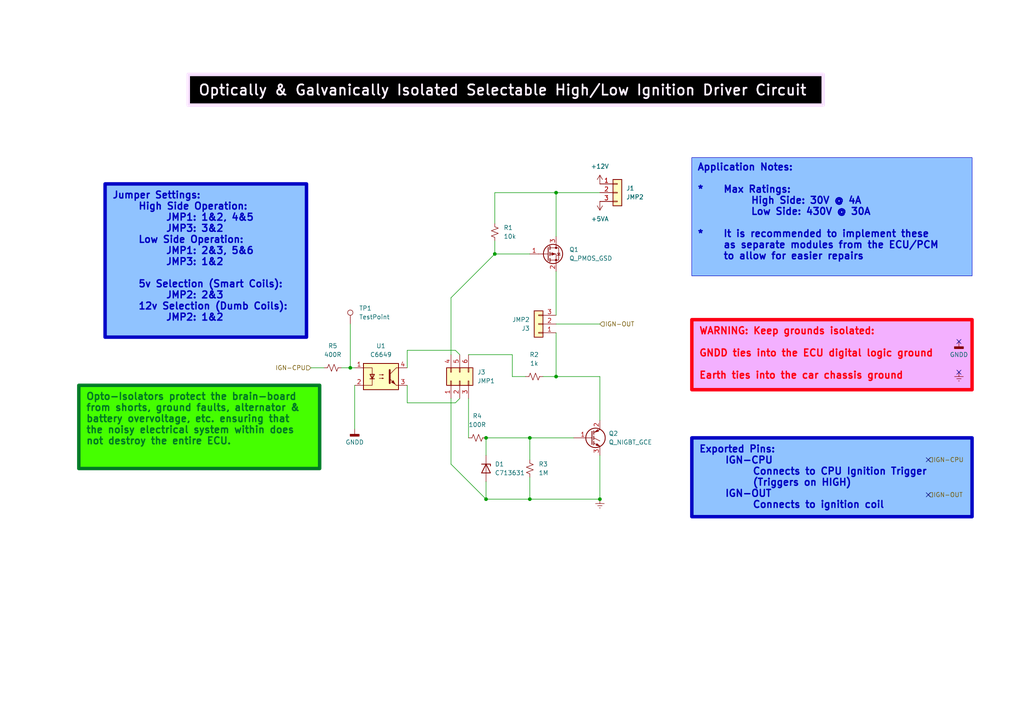
<source format=kicad_sch>
(kicad_sch (version 20230121) (generator eeschema)
  (paper "A4")
  (title_block (title "OpenIgnition") (date "2023-07-21") (rev "V1") (company "VehiTech") (comment 1 "Version 1.0.0") (comment 2 "Created by @NoahGWood For VehiTech") (comment 3 "Selectable High/Low Ignition Driver Circuit") (comment 4 "Optically & Galvanically Isolated"))
  (lib_symbols
    (symbol "Connector:TestPoint" (pin_numbers hide) (pin_names (offset 0.762) hide)
      (property "Reference" "TP" (at 0 6.858 0))
      (property "Value" "TestPoint" (at 0 5.08 0))
      (symbol "TestPoint_0_1"
        (circle (center 0 3.302) (radius 0.762))
      )
      (symbol "TestPoint_1_1"
        (pin passive line (at 0 0 90) (length 2.54) (name "1") (number "1"))
      )
    )
    (symbol "Connector_Generic:Conn_01x03" (pin_names (offset 1.016) hide)
      (property "Reference" "J" (at 0 5.08 0))
      (property "Value" "Conn_01x03" (at 0 -5.08 0))
      (symbol "Conn_01x03_1_1"
        (rectangle (start -1.27 -2.413) (end 0 -2.667) (stroke (width 0.1524)))
        (rectangle (start -1.27 0.127) (end 0 -0.127) (stroke (width 0.1524)))
        (rectangle (start -1.27 2.667) (end 0 2.413) (stroke (width 0.1524)))
        (rectangle (start -1.27 3.81) (end 1.27 -3.81) (stroke (width 0.254)) (fill (type background)))
        (pin passive line (at -5.08 2.54 0) (length 3.81) (name "Pin_1") (number "1"))
        (pin passive line (at -5.08 0 0) (length 3.81) (name "Pin_2") (number "2"))
        (pin passive line (at -5.08 -2.54 0) (length 3.81) (name "Pin_3") (number "3"))
      )
    )
    (symbol "Connector_Generic:Conn_02x03_Top_Bottom" (pin_names (offset 1.016) hide)
      (property "Reference" "J" (at 1.27 5.08 0))
      (property "Value" "Conn_02x03_Top_Bottom" (at 1.27 -5.08 0))
      (symbol "Conn_02x03_Top_Bottom_1_1"
        (rectangle (start -1.27 -2.413) (end 0 -2.667) (stroke (width 0.1524)))
        (rectangle (start -1.27 0.127) (end 0 -0.127) (stroke (width 0.1524)))
        (rectangle (start -1.27 2.667) (end 0 2.413) (stroke (width 0.1524)))
        (rectangle (start -1.27 3.81) (end 3.81 -3.81) (stroke (width 0.254)) (fill (type background)))
        (rectangle (start 3.81 -2.413) (end 2.54 -2.667) (stroke (width 0.1524)))
        (rectangle (start 3.81 0.127) (end 2.54 -0.127) (stroke (width 0.1524)))
        (rectangle (start 3.81 2.667) (end 2.54 2.413) (stroke (width 0.1524)))
        (pin passive line (at -5.08 2.54 0) (length 3.81) (name "Pin_1") (number "1"))
        (pin passive line (at -5.08 0 0) (length 3.81) (name "Pin_2") (number "2"))
        (pin passive line (at -5.08 -2.54 0) (length 3.81) (name "Pin_3") (number "3"))
        (pin passive line (at 7.62 2.54 180) (length 3.81) (name "Pin_4") (number "4"))
        (pin passive line (at 7.62 0 180) (length 3.81) (name "Pin_5") (number "5"))
        (pin passive line (at 7.62 -2.54 180) (length 3.81) (name "Pin_6") (number "6"))
      )
    )
    (symbol "Device:D_Zener" (pin_numbers hide) (pin_names (offset 1.016) hide)
      (property "Reference" "D" (at 0 2.54 0))
      (property "Value" "D_Zener" (at 0 -2.54 0))
      (symbol "D_Zener_0_1"
        (polyline (pts (xy 1.27 0) (xy -1.27 0)))
        (polyline (pts (xy -1.27 -1.27) (xy -1.27 1.27) (xy -0.762 1.27)) (stroke (width 0.254)))
        (polyline (pts (xy 1.27 -1.27) (xy 1.27 1.27) (xy -1.27 0) (xy 1.27 -1.27)) (stroke (width 0.254)))
      )
      (symbol "D_Zener_1_1"
        (pin passive line (at -3.81 0 0) (length 2.54) (name "K") (number "1"))
        (pin passive line (at 3.81 0 180) (length 2.54) (name "A") (number "2"))
      )
    )
    (symbol "Device:Q_NIGBT_GCE" (pin_names (offset 0) hide)
      (property "Reference" "Q" (at 5.08 1.27 0))
      (property "Value" "Q_NIGBT_GCE" (at 5.08 -1.27 0))
      (symbol "Q_NIGBT_GCE_0_1"
        (polyline (pts (xy 0.762 -1.016) (xy 0.762 -2.032)) (stroke (width 0.254)))
        (polyline (pts (xy 0.762 0.508) (xy 0.762 -0.508)) (stroke (width 0.254)))
        (polyline (pts (xy 0.762 2.032) (xy 0.762 1.016)) (stroke (width 0.254)))
        (polyline (pts (xy 2.54 -2.413) (xy 0.762 -1.524)))
        (polyline (pts (xy 2.54 -0.889) (xy 0.762 0)))
        (polyline (pts (xy 2.54 2.413) (xy 0.762 1.524)))
        (polyline (pts (xy 0.254 1.905) (xy 0.254 -1.905) (xy 0.254 -1.905)) (stroke (width 0.254)))
        (polyline (pts (xy 1.397 -2.159) (xy 1.651 -1.651) (xy 2.54 -2.413) (xy 1.397 -2.159)) (fill (type outline)))
        (polyline (pts (xy 2.159 1.905) (xy 1.905 2.413) (xy 1.016 1.651) (xy 2.159 1.905)) (fill (type outline)))
        (circle (center 1.27 0) (radius 2.8194) (stroke (width 0.254)))
      )
      (symbol "Q_NIGBT_GCE_1_1"
        (pin input line (at -5.08 0 0) (length 5.334) (name "G") (number "1"))
        (pin passive line (at 2.54 5.08 270) (length 2.54) (name "C") (number "2"))
        (pin passive line (at 2.54 -5.08 90) (length 2.54) (name "E") (number "3"))
      )
    )
    (symbol "Device:Q_PMOS_GSD" (pin_names (offset 0) hide)
      (property "Reference" "Q" (at 5.08 1.27 0))
      (property "Value" "Q_PMOS_GSD" (at 5.08 -1.27 0))
      (symbol "Q_PMOS_GSD_0_1"
        (polyline (pts (xy 0.254 0) (xy -2.54 0)))
        (polyline (pts (xy 0.254 1.905) (xy 0.254 -1.905)) (stroke (width 0.254)))
        (polyline (pts (xy 0.762 -1.27) (xy 0.762 -2.286)) (stroke (width 0.254)))
        (polyline (pts (xy 0.762 0.508) (xy 0.762 -0.508)) (stroke (width 0.254)))
        (polyline (pts (xy 0.762 2.286) (xy 0.762 1.27)) (stroke (width 0.254)))
        (polyline (pts (xy 2.54 2.54) (xy 2.54 1.778)))
        (polyline (pts (xy 2.54 -2.54) (xy 2.54 0) (xy 0.762 0)))
        (polyline (pts (xy 0.762 1.778) (xy 3.302 1.778) (xy 3.302 -1.778) (xy 0.762 -1.778)))
        (polyline (pts (xy 2.286 0) (xy 1.27 0.381) (xy 1.27 -0.381) (xy 2.286 0)) (fill (type outline)))
        (polyline (pts (xy 2.794 -0.508) (xy 2.921 -0.381) (xy 3.683 -0.381) (xy 3.81 -0.254)))
        (polyline (pts (xy 3.302 -0.381) (xy 2.921 0.254) (xy 3.683 0.254) (xy 3.302 -0.381)))
        (circle (center 1.651 0) (radius 2.794) (stroke (width 0.254)))
        (circle (center 2.54 -1.778) (radius 0.254) (fill (type outline)))
        (circle (center 2.54 1.778) (radius 0.254) (fill (type outline)))
      )
      (symbol "Q_PMOS_GSD_1_1"
        (pin input line (at -5.08 0 0) (length 2.54) (name "G") (number "1"))
        (pin passive line (at 2.54 -5.08 90) (length 2.54) (name "S") (number "2"))
        (pin passive line (at 2.54 5.08 270) (length 2.54) (name "D") (number "3"))
      )
    )
    (symbol "Device:R_Small_US" (pin_numbers hide) (pin_names (offset 0.254) hide)
      (property "Reference" "R" (at 0.762 0.508 0))
      (property "Value" "R_Small_US" (at 0.762 -1.016 0))
      (symbol "R_Small_US_1_1"
        (polyline (pts (xy 0 0) (xy 1.016 -0.381) (xy 0 -0.762) (xy -1.016 -1.143) (xy 0 -1.524)))
        (polyline (pts (xy 0 1.524) (xy 1.016 1.143) (xy 0 0.762) (xy -1.016 0.381) (xy 0 0)))
        (pin passive line (at 0 2.54 270) (length 1.016) (name "~") (number "1"))
        (pin passive line (at 0 -2.54 90) (length 1.016) (name "~") (number "2"))
      )
    )
    (symbol "Isolator:FODM217A"
      (property "Reference" "U" (at -5.08 5.08 0))
      (property "Value" "FODM217A" (at 0 5.08 0))
      (symbol "FODM217A_0_1"
        (rectangle (start -5.08 3.81) (end 5.08 -3.81) (stroke (width 0.254)) (fill (type background)))
        (polyline (pts (xy -3.175 -0.635) (xy -1.905 -0.635)) (stroke (width 0.254)))
        (polyline (pts (xy 2.54 0.635) (xy 4.445 2.54)))
        (polyline (pts (xy 4.445 -2.54) (xy 2.54 -0.635)) (fill (type outline)))
        (polyline (pts (xy 4.445 -2.54) (xy 5.08 -2.54)))
        (polyline (pts (xy 4.445 2.54) (xy 5.08 2.54)))
        (polyline (pts (xy -5.08 2.54) (xy -2.54 2.54) (xy -2.54 -0.635)))
        (polyline (pts (xy -2.54 -0.635) (xy -2.54 -2.54) (xy -5.08 -2.54)))
        (polyline (pts (xy 2.54 1.905) (xy 2.54 -1.905) (xy 2.54 -1.905)) (stroke (width 0.508)))
        (polyline (pts (xy -2.54 -0.635) (xy -3.175 0.635) (xy -1.905 0.635) (xy -2.54 -0.635)) (stroke (width 0.254)))
        (polyline (pts (xy -0.508 -0.508) (xy 0.762 -0.508) (xy 0.381 -0.635) (xy 0.381 -0.381) (xy 0.762 -0.508)))
        (polyline (pts (xy -0.508 0.508) (xy 0.762 0.508) (xy 0.381 0.381) (xy 0.381 0.635) (xy 0.762 0.508)))
        (polyline (pts (xy 3.048 -1.651) (xy 3.556 -1.143) (xy 4.064 -2.159) (xy 3.048 -1.651) (xy 3.048 -1.651)) (fill (type outline)))
      )
      (symbol "FODM217A_1_1"
        (pin passive line (at -7.62 2.54 0) (length 2.54) (name "~") (number "1"))
        (pin passive line (at -7.62 -2.54 0) (length 2.54) (name "~") (number "2"))
        (pin passive line (at 7.62 -2.54 180) (length 2.54) (name "~") (number "3"))
        (pin passive line (at 7.62 2.54 180) (length 2.54) (name "~") (number "4"))
      )
    )
    (symbol "power:+12V" (power) (pin_names (offset 0))
      (property "Value" "+12V" (at 0 3.556 0))
      (symbol "+12V_0_1"
        (polyline (pts (xy -0.762 1.27) (xy 0 2.54)))
        (polyline (pts (xy 0 0) (xy 0 2.54)))
        (polyline (pts (xy 0 2.54) (xy 0.762 1.27)))
      )
      (symbol "+12V_1_1"
        (pin power_in line (at 0 0 90) (length 0) hide (name "+12V") (number "1"))
      )
    )
    (symbol "power:+5VA" (power) (pin_names (offset 0))
      (property "Value" "+5VA" (at 0 3.556 0))
      (symbol "+5VA_0_1"
        (polyline (pts (xy -0.762 1.27) (xy 0 2.54)))
        (polyline (pts (xy 0 0) (xy 0 2.54)))
        (polyline (pts (xy 0 2.54) (xy 0.762 1.27)))
      )
      (symbol "+5VA_1_1"
        (pin power_in line (at 0 0 90) (length 0) hide (name "+5VA") (number "1"))
      )
    )
    (symbol "power:Earth" (power) (pin_names (offset 0))
      (symbol "Earth_0_1"
        (polyline (pts (xy -0.635 -1.905) (xy 0.635 -1.905)))
        (polyline (pts (xy -0.127 -2.54) (xy 0.127 -2.54)))
        (polyline (pts (xy 0 -1.27) (xy 0 0)))
        (polyline (pts (xy 1.27 -1.27) (xy -1.27 -1.27)))
      )
      (symbol "Earth_1_1"
        (pin power_in line (at 0 0 270) (length 0) hide (name "Earth") (number "1"))
      )
    )
    (symbol "power:GNDD" (power) (pin_names (offset 0))
      (property "Value" "GNDD" (at 0 -3.175 0))
      (symbol "GNDD_0_1"
        (rectangle (start -1.27 -1.524) (end 1.27 -2.032) (stroke (width 0.254)) (fill (type outline)))
        (polyline (pts (xy 0 0) (xy 0 -1.524)))
      )
      (symbol "GNDD_1_1"
        (pin power_in line (at 0 0 270) (length 0) hide (name "GNDD") (number "1"))
      )
    )
  )
  (junction (at 101.6 106.68))
  (junction (at 153.67 127))
  (junction (at 173.99 144.78))
  (junction (at 140.97 127))
  (junction (at 161.29 109.22))
  (junction (at 140.97 144.78))
  (junction (at 153.67 144.78))
  (junction (at 161.29 55.88))
  (junction (at 143.51 73.66))
  (no_connect (at 269.24 143.51))
  (no_connect (at 269.24 133.35))
  (no_connect (at 278.13 107.95))
  (no_connect (at 278.13 99.06))
  (wire (pts (xy 153.67 138.43) (xy 153.67 144.78)))
  (wire (pts (xy 153.67 127) (xy 153.67 133.35)))
  (wire (pts (xy 130.81 86.36) (xy 143.51 73.66)))
  (wire (pts (xy 118.11 101.6) (xy 118.11 106.68)))
  (wire (pts (xy 132.08 101.6) (xy 133.35 102.87)))
  (wire (pts (xy 153.67 144.78) (xy 173.99 144.78)))
  (wire (pts (xy 153.67 73.66) (xy 143.51 73.66)))
  (wire (pts (xy 130.81 102.87) (xy 130.81 86.36)))
  (wire (pts (xy 118.11 101.6) (xy 132.08 101.6)))
  (wire (pts (xy 153.67 127) (xy 166.37 127)))
  (wire (pts (xy 161.29 96.52) (xy 161.29 109.22)))
  (wire (pts (xy 140.97 132.08) (xy 140.97 127)))
  (wire (pts (xy 161.29 93.98) (xy 173.99 93.98)))
  (wire (pts (xy 101.6 106.68) (xy 102.87 106.68)))
  (wire (pts (xy 135.89 115.57) (xy 135.89 127)))
  (wire (pts (xy 148.59 109.22) (xy 152.4 109.22)))
  (wire (pts (xy 140.97 139.7) (xy 140.97 144.78)))
  (wire (pts (xy 118.11 116.84) (xy 132.08 116.84)))
  (wire (pts (xy 130.81 134.62) (xy 140.97 144.78)))
  (wire (pts (xy 90.17 106.68) (xy 93.98 106.68)))
  (wire (pts (xy 161.29 109.22) (xy 173.99 109.22)))
  (wire (pts (xy 157.48 109.22) (xy 161.29 109.22)))
  (wire (pts (xy 132.08 116.84) (xy 133.35 115.57)))
  (wire (pts (xy 143.51 64.77) (xy 143.51 55.88)))
  (wire (pts (xy 161.29 78.74) (xy 161.29 91.44)))
  (wire (pts (xy 173.99 132.08) (xy 173.99 144.78)))
  (wire (pts (xy 140.97 127) (xy 153.67 127)))
  (wire (pts (xy 130.81 115.57) (xy 130.81 134.62)))
  (wire (pts (xy 118.11 111.76) (xy 118.11 116.84)))
  (wire (pts (xy 173.99 109.22) (xy 173.99 121.92)))
  (wire (pts (xy 140.97 144.78) (xy 153.67 144.78)))
  (wire (pts (xy 135.89 102.87) (xy 148.59 102.87)))
  (wire (pts (xy 101.6 93.98) (xy 101.6 106.68)))
  (wire (pts (xy 161.29 68.58) (xy 161.29 55.88)))
  (wire (pts (xy 143.51 55.88) (xy 161.29 55.88)))
  (wire (pts (xy 99.06 106.68) (xy 101.6 106.68)))
  (wire (pts (xy 143.51 73.66) (xy 143.51 69.85)))
  (wire (pts (xy 148.59 102.87) (xy 148.59 109.22)))
  (wire (pts (xy 102.87 111.76) (xy 102.87 124.46)))
  (wire (pts (xy 161.29 55.88) (xy 173.99 55.88)))
  (text_box "Exported Pins:\n	IGN-CPU\n		Connects to CPU Ignition Trigger\n		(Triggers on HIGH)\n	IGN-OUT\n		Connects to ignition coil" (at 200.66 127 0) (size 81.28 22.86) (stroke (width 1)) (fill (type color) (color 144 195 255 1)) (effects (font (size 2 2) (thickness 0.4) bold) (justify left top)))
  (text_box "Application Notes:\n\n*	Max Ratings:\n		High Side: 30V @ 4A\n		Low Side: 430V @ 30A\n\n*	It is recommended to implement these\n	as separate modules from the ECU/PCM\n	to allow for easier repairs" (at 200.66 45.72 0) (size 81.28 34.29) (fill (type color) (color 144 195 255 1)) (effects (font (size 2 2) (thickness 0.4) bold) (justify left top)))
  (text_box "WARNING: Keep grounds isolated:\n\nGNDD ties into the ECU digital logic ground\n\nEarth ties into the car chassis ground" (at 200.66 92.71 0) (size 81.28 20.32) (stroke (width 1) (color 255 0 19 1)) (fill (type color) (color 243 176 255 1)) (effects (font (size 2 2) (thickness 0.4) bold) (justify left top)))
  (text_box "Opto-Isolators protect the brain-board\nfrom shorts, ground faults, alternator &\nbattery overvoltage, etc. ensuring that\nthe noisy electrical system within does\nnot destroy the entire ECU." (at 22.86 111.76 0) (size 69.85 24.13) (stroke (width 1) (color 0 121 36 1)) (fill (type color) (color 69 255 0 1)) (effects (font (size 2 2) (thickness 0.4) bold) (justify left top)))
  (text_box "Optically & Galvanically Isolated Selectable High/Low Ignition Driver Circuit" (at 54.61 21.59 0) (size 184.15 8.89) (stroke (width 1) (color 247 224 255 1)) (fill (type color) (color 0 0 0 1)) (effects (font (size 3 3) (thickness 0.5) bold) (justify left top)))
  (text_box "Jumper Settings:\n	High Side Operation:\n		JMP1: 1&2, 4&5\n		JMP3: 3&2\n	Low Side Operation:\n		JMP1: 2&3, 5&6\n		JMP3: 1&2\n\n	5v Selection (Smart Coils):\n		JMP2: 2&3\n	12v Selection (Dumb Coils):\n		JMP2: 1&2" (at 30.48 53.34 0) (size 58.42 44.45) (stroke (width 1)) (fill (type color) (color 144 195 255 1)) (effects (font (size 2 2) (thickness 0.4) bold) (justify left top)))
  (hierarchical_label "IGN-OUT" (shape input) (at 173.99 93.98 0))
  (hierarchical_label "IGN-CPU" (shape input) (at 269.24 133.35 0))
  (hierarchical_label "IGN-OUT" (shape input) (at 269.24 143.51 0))
  (hierarchical_label "IGN-CPU" (shape input) (at 90.17 106.68 180))
  (symbol (lib_id "power:+12V") (at 173.99 53.34 0) (unit 1)
    (property "Reference" "#PWR01" (effects hide))
    (property "Value" "+12V" (at 173.99 48.26 0))
  )
  (symbol (lib_id "power:GNDD") (at 278.13 99.06 0) (unit 1)
    (property "Reference" "#PWR05" (effects hide))
    (property "Value" "GNDD" (at 278.13 102.87 0))
  )
  (symbol (lib_id "Connector:TestPoint") (at 101.6 93.98 0) (unit 1)
    (property "Reference" "TP1" (at 104.14 89.408 0) (effects (justify left)))
    (property "Value" "TestPoint" (at 104.14 91.948 0) (effects (justify left)))
  )
  (symbol (lib_id "Connector_Generic:Conn_01x03") (at 179.07 55.88 0) (unit 1)
    (property "Reference" "J1" (at 181.61 54.61 0) (effects (justify left)))
    (property "Value" "JMP2" (at 181.61 57.15 0) (effects (justify left)))
  )
  (symbol (lib_id "Device:R_Small_US") (at 143.51 67.31 0) (unit 1)
    (property "Reference" "R1" (at 146.05 66.04 0) (effects (justify left)))
    (property "Value" "10k" (at 146.05 68.58 0) (effects (justify left)))
  )
  (symbol (lib_id "power:Earth") (at 173.99 144.78 0) (unit 1)
    (property "Reference" "#PWR03" (effects hide))
    (property "Value" "Earth" (effects hide))
  )
  (symbol (lib_id "power:GNDD") (at 102.87 124.46 0) (unit 1)
    (property "Reference" "#PWR04" (effects hide))
    (property "Value" "GNDD" (at 102.87 128.27 0))
  )
  (symbol (lib_id "Device:R_Small_US") (at 153.67 135.89 180) (unit 1)
    (property "Reference" "R3" (at 156.21 134.62 0) (effects (justify right)))
    (property "Value" "1M" (at 156.21 137.16 0) (effects (justify right)))
  )
  (symbol (lib_id "power:Earth") (at 278.13 107.95 0) (mirror y) (unit 1)
    (property "Reference" "#PWR06" (effects hide))
    (property "Value" "Earth" (effects hide))
  )
  (symbol (lib_id "Device:R_Small_US") (at 154.94 109.22 90) (unit 1)
    (property "Reference" "R2" (at 154.94 102.87 90))
    (property "Value" "1k" (at 154.94 105.41 90))
  )
  (symbol (lib_id "Connector_Generic:Conn_01x03") (at 156.21 93.98 180) (unit 1)
    (property "Reference" "J3" (at 153.67 95.25 0) (effects (justify left)))
    (property "Value" "JMP2" (at 153.67 92.71 0) (effects (justify left)))
  )
  (symbol (lib_id "Device:R_Small_US") (at 138.43 127 270) (unit 1)
    (property "Reference" "R4" (at 138.43 120.65 90))
    (property "Value" "100R" (at 138.43 123.19 90))
  )
  (symbol (lib_id "Isolator:FODM217A") (at 110.49 109.22 0) (unit 1)
    (property "Reference" "U1" (at 110.49 100.33 0))
    (property "Value" "C6649" (at 110.49 102.87 0))
    (property "Footprint" "Package_SO:SOP-4_4.4x2.6mm_P1.27mm" (effects hide))
    (property "Datasheet" "https://www.onsemi.com/pub/Collateral/FODM214-D.PDF" (effects hide))
  )
  (symbol (lib_id "Connector_Generic:Conn_02x03_Top_Bottom") (at 133.35 110.49 90) (unit 1)
    (property "Reference" "J3" (at 138.43 107.95 90) (effects (justify right)))
    (property "Value" "JMP1" (at 138.43 110.49 90) (effects (justify right)))
  )
  (symbol (lib_id "Device:R_Small_US") (at 96.52 106.68 90) (unit 1)
    (property "Reference" "R5" (at 96.52 100.33 90))
    (property "Value" "400R" (at 96.52 102.87 90))
  )
  (symbol (lib_id "power:+5VA") (at 173.99 58.42 180) (unit 1)
    (property "Reference" "#PWR02" (effects hide))
    (property "Value" "+5VA" (at 173.99 63.5 0))
  )
  (symbol (lib_id "Device:Q_PMOS_GSD") (at 158.75 73.66 0) (unit 1)
    (property "Reference" "Q1" (at 165.1 72.39 0) (effects (justify left)))
    (property "Value" "Q_PMOS_GSD" (at 165.1 74.93 0) (effects (justify left)))
  )
  (symbol (lib_id "Device:Q_NIGBT_GCE") (at 171.45 127 0) (unit 1)
    (property "Reference" "Q2" (at 176.53 125.73 0) (effects (justify left)))
    (property "Value" "Q_NIGBT_GCE" (at 176.53 128.27 0) (effects (justify left)))
  )
  (symbol (lib_id "Device:D_Zener") (at 140.97 135.89 270) (unit 1)
    (property "Reference" "D1" (at 143.51 134.62 90) (effects (justify left)))
    (property "Value" "C713631" (at 143.51 137.16 90) (effects (justify left)))
  )
)
</source>
